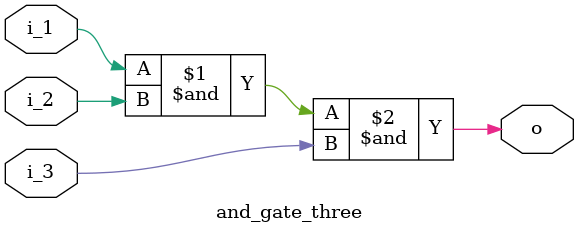
<source format=v>
`timescale 1ns / 1ps

module and_gate_three( i_1,i_2,i_3,o);
    input wire i_1,i_2,i_3;
    
    output wire o;
    
    assign o = i_1 & i_2 & i_3 ;
    
endmodule

</source>
